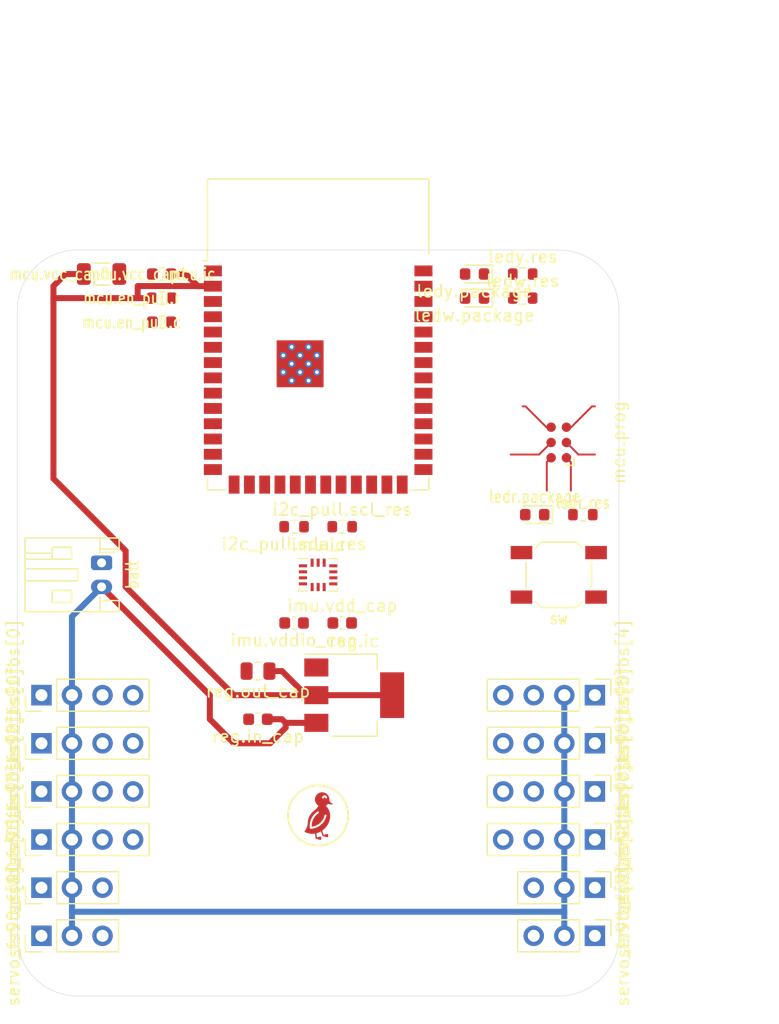
<source format=kicad_pcb>
(kicad_pcb (version 20221018) (generator pcbnew)
  (layers (0 "F.Cu" signal "Front") (31 "B.Cu" signal "Back") (34 "B.Paste" user) (35 "F.Paste" user) (36 "B.SilkS" user "B.Silkscreen") (37 "F.SilkS" user "F.Silkscreen") (38 "B.Mask" user) (39 "F.Mask" user) (44 "Edge.Cuts" user))
  (net 0 "")
  (net 1 "mcu.program_en_node")
  (net 2 "imu.pwr")
  (net 3 "i2c_pull.i2c.scl")
  (net 4 "ledr.res.a")
  (net 5 "batt.gnd")
  (net 6 "i2c_pull.i2c.sda")
  (net 7 "ledy.res.a")
  (net 8 "ledw.res.a")
  (net 9 "servo_fs90fbs[3].fb")
  (net 10 "servo_fs90fbs[4].fb")
  (net 11 "servo_fs90fbs[5].fb")
  (net 12 "servo_fs90fbs[6].fb")
  (net 13 "sw.out")
  (net 14 "servo_fs90fbs[4].pwm")
  (net 15 "mcu.program_boot_node")
  (net 16 "servo_fs90fbs[5].pwm")
  (net 17 "servo_fs90fbs[6].pwm")
  (net 18 "servo_fs90fbs[7].pwm")
  (net 19 "mcu.program_uart_node.b_tx")
  (net 20 "mcu.program_uart_node.a_tx")
  (net 21 "servo_fs90fbs[7].fb")
  (net 22 "servo_fs90rs[0].pwm")
  (net 23 "servo_fs90rs[1].pwm")
  (net 24 "servo_fs90fbs[2].fb")
  (net 25 "servo_fs90fbs[0].pwm")
  (net 26 "servo_fs90fbs[1].pwm")
  (net 27 "servo_fs90fbs[2].pwm")
  (net 28 "servo_fs90fbs[3].pwm")
  (net 29 "servo_fs90rs[2].pwm")
  (net 30 "ledy.signal")
  (net 31 "touch_duck.pad")
  (net 32 "servo_fs90rs[3].pwm")
  (net 33 "ledw.signal")
  (net 34 "servo_fs90fbs[1].fb")
  (net 35 "servo_fs90fbs[0].fb")
  (net 36 "imu.int1")
  (net 37 "imu.int2")
  (net 38 "batt.pwr")
  (footprint "Connector_PinHeader_2.54mm:PinHeader_1x04_P2.54mm_Vertical" (layer "F.Cu") (at 123 134 -90)
    (fp_text reference "servo_fs90fbs[5]" (at 0 -2.33 90) (layer "F.SilkS"))
    (fp_text value "PinHeader2.54 1x4")
    (pad "1" thru_hole rect (at 0 0 270) (size 1.7 1.7) (drill 1) (layers "*.Cu" "*.Mask") (net 16 "servo_fs90fbs[5].pwm"))
    (pad "2" thru_hole oval (at 0 2.54 270) (size 1.7 1.7) (drill 1) (layers "*.Cu" "*.Mask") (net 38 "batt.pwr"))
    (pad "3" thru_hole oval (at 0 5.08 270) (size 1.7 1.7) (drill 1) (layers "*.Cu" "*.Mask") (net 5 "batt.gnd"))
    (pad "4" thru_hole oval (at 0 7.62 270) (size 1.7 1.7) (drill 1) (layers "*.Cu" "*.Mask") (net 11 "servo_fs90fbs[5].fb"))
  )
  (footprint "Connector_PinHeader_2.54mm:PinHeader_1x03_P2.54mm_Vertical" (layer "F.Cu") (at 123 146 -90)
    (fp_text reference "servo_fs90rs[2]" (at 0 -2.33 90) (layer "F.SilkS"))
    (fp_text value "PinHeader2.54 1x3")
    (pad "1" thru_hole rect (at 0 0 270) (size 1.7 1.7) (drill 1) (layers "*.Cu" "*.Mask") (net 29 "servo_fs90rs[2].pwm"))
    (pad "2" thru_hole oval (at 0 2.54 270) (size 1.7 1.7) (drill 1) (layers "*.Cu" "*.Mask") (net 38 "batt.pwr"))
    (pad "3" thru_hole oval (at 0 5.08 270) (size 1.7 1.7) (drill 1) (layers "*.Cu" "*.Mask") (net 5 "batt.gnd"))
  )
  (footprint "edg:Symbol_DucklingSolid" (layer "F.Cu") (at 100 140)
    (fp_text reference "U4" hide)
    (fp_text value "" hide)
    (pad "1" smd custom (at 0.333322 -1.928454) (size 0.00001 0.00001) (layers "F.Cu" "F.Mask") (net 31 "touch_duck.pad") (options (clearance outline) (anchor circle)) (primitives (gr_poly (pts (xy 0 0) (xy -0.02944 0.000722) (xy -0.05881 0.002888) (xy -0.088038 0.006491) (xy -0.117054 0.011524) (xy -0.145787 0.017973) (xy -0.17417 0.025824) (xy -0.202133 0.035057) (xy -0.229609 0.04565) (xy -0.256532 0.057579) (xy -0.282837 0.070813) (xy -0.30846 0.085321) (xy -0.33334 0.101069) (xy -0.357418 0.118018) (xy -0.380634 0.136127) (xy -0.402933 0.155353) (xy -0.424262 0.17565) (xy -0.444568 0.196968) (xy -0.463804 0.219256) (xy -0.481922 0.242461) (xy -0.498879 0.266527) (xy -0.514635 0.291395) (xy -0.52915 0.317006) (xy -0.542391 0.343298) (xy -0.554325 0.370208) (xy -0.564924 0.39767) (xy -0.574162 0.42562) (xy -0.582016 0.453988) (xy -0.588469 0.482708) (xy -0.593503 0.511709) (xy -0.597108 0.540923) (xy -0.599275 0.570278) (xy -0.599998 0.599704) (xy -0.598714 0.638927) (xy -0.594866 0.677983) (xy -0.58847 0.716703) (xy -0.579555 0.754922) (xy -0.568158 0.792476) (xy -0.554328 0.829205) (xy -0.538124 0.864952) (xy -0.519616 0.899562) (xy -0.498882 0.932889) (xy -0.476012 0.964788) (xy -0.451104 0.995124) (xy -0.424264 1.023768) (xy -0.395607 1.050595) (xy -0.365256 1.075491) (xy -0.333341 1.09835) (xy -0.299999 1.119074) (xy -0.317389 1.14776) (xy -0.335496 1.175999) (xy -0.354308 1.203774) (xy -0.373813 1.231067) (xy -0.394 1.25786) (xy -0.414854 1.284138) (xy -0.436364 1.309882) (xy -0.458515 1.335078) (xy -0.481293 1.359708) (xy -0.504685 1.383757) (xy -0.528674 1.407211) (xy -0.553247 1.430053) (xy -0.578386 1.45227) (xy -0.604077 1.473848) (xy -0.630304 1.494773) (xy -0.657049 1.515031) (xy -0.686297 1.537239) (xy -0.714923 1.560243) (xy -0.742904 1.584027) (xy -0.770219 1.608572) (xy -0.796847 1.63386) (xy -0.822768 1.659872) (xy -0.847963 1.686587) (xy -0.872411 1.713986) (xy -0.896095 1.742047) (xy -0.918997 1.77075) (xy -0.941099 1.800072) (xy -0.962385 1.829992) (xy -0.982838 1.860487) (xy -1.002443 1.891533) (xy -1.021185 1.923107) (xy -1.039049 1.955185) (xy -1.056023 1.987743) (xy -1.072093 2.020756) (xy -1.087247 2.054198) (xy -1.101474 2.088046) (xy -1.114762 2.122272) (xy -1.127103 2.156851) (xy -1.138485 2.191756) (xy -1.148902 2.226962) (xy -1.158344 2.262441) (xy -1.166804 2.298167) (xy -1.174277 2.334112) (xy -1.180757 2.370249) (xy -1.186238 2.406551) (xy -1.190717 2.44299) (xy -1.19419 2.479538) (xy -1.196654 2.516168) (xy -1.200327 2.56679) (xy -1.205926 2.617235) (xy -1.213443 2.667431) (xy -1.222866 2.717304) (xy -1.234183 2.766783) (xy -1.247376 2.815794) (xy -1.262427 2.864268) (xy -1.279314 2.912134) (xy -1.298012 2.959323) (xy -1.318494 3.005766) (xy -1.340731 3.051396) (xy -1.36469 3.096146) (xy -1.390336 3.139952) (xy -1.417633 3.18275) (xy -1.44654 3.224478) (xy -1.477016 3.265076) (xy -1.476528 3.265167) (xy -1.452888 3.280118) (xy -1.428843 3.294489) (xy -1.404405 3.308271) (xy -1.379587 3.321458) (xy -1.354401 3.334044) (xy -1.32886 3.346021) (xy -1.302978 3.357384) (xy -1.276766 3.368127) (xy -1.25024 3.378245) (xy -1.223411 3.387731) (xy -1.196295 3.396582) (xy -1.168904 3.404794) (xy -1.141252 3.41236) (xy -1.113354 3.419279) (xy -1.085224 3.425546) (xy -1.056876 3.431159) (xy -1.028325 3.436114) (xy -0.999585 3.440408) (xy -0.970671 3.444041) (xy -0.941597 3.447009) (xy -0.941131 3.447045) (xy -0.941131 3.033127) (xy -0.970746 3.029135) (xy -0.996829 3.014559) (xy -1.015743 2.991434) (xy -1.024847 2.962985) (xy -1.030094 2.912769) (xy -1.033534 2.862646) (xy -1.035184 2.812658) (xy -1.035065 2.762846) (xy -1.033195 2.71325) (xy -1.029594 2.663913) (xy -1.02428 2.614874) (xy -1.017274 2.566175) (xy -1.008594 2.517856) (xy -0.998259 2.46996) (xy -0.98629 2.422527) (xy -0.972703 2.375598) (xy -0.95752 2.329214) (xy -0.940759 2.283416) (xy -0.922439 2.238245) (xy -0.90258 2.193743) (xy -0.881201 2.14995) (xy -0.85832 2.106907) (xy -0.833958 2.064655) (xy -0.808133 2.023236) (xy -0.780864 1.982691) (xy -0.752171 1.943059) (xy -0.722073 1.904384) (xy -0.690588 1.866705) (xy -0.657737 1.830063) (xy -0.623539 1.794501) (xy -0.588012 1.760058) (xy -0.551175 1.726775) (xy -0.513049 1.694695) (xy -0.473652 1.663858) (xy -0.433003 1.634304) (xy -0.391122 1.606075) (xy -0.372286 1.597138) (xy -0.351779 1.593369) (xy -0.3483 1.593259) (xy -0.34482 1.5933) (xy -0.337857 1.593859) (xy -0.33097 1.595022) (xy -0.302269 1.607319) (xy -0.280465 1.629663) (xy -0.268909 1.658645) (xy -0.26933 1.689842) (xy -0.281662 1.718503) (xy -0.30403 1.740265) (xy -0.346981 1.76942) (xy -0.388382 1.80015) (xy -0.428213 1.832399) (xy -0.466454 1.866107) (xy -0.503084 1.90122) (xy -0.538083 1.93768) (xy -0.571431 1.97543) (xy -0.603107 2.014413) (xy -0.633093 2.054572) (xy -0.661366 2.095849) (xy -0.687907 2.138189) (xy -0.712697 2.181534) (xy -0.735714 2.225827) (xy -0.756938 2.271011) (xy -0.776349 2.31703) (xy -0.793927 2.363825) (xy -0.809653 2.411341) (xy -0.823504 2.45952) (xy -0.835462 2.508305) (xy -0.845506 2.557639) (xy -0.853615 2.607466) (xy -0.859771 2.657728) (xy -0.863951 2.708369) (xy -0.866137 2.75933) (xy -0.866308 2.810556) (xy -0.864443 2.86199) (xy -0.814719 2.854936) (xy -0.765589 2.845978) (xy -0.717097 2.835152) (xy -0.669287 2.822492) (xy -0.622203 2.808031) (xy -0.575888 2.791806) (xy -0.530387 2.773851) (xy -0.485743 2.7542) (xy -0.442001 2.732887) (xy -0.399204 2.709948) (xy -0.357396 2.685417) (xy -0.316621 2.659328) (xy -0.276923 2.631717) (xy -0.238347 2.602617) (xy -0.200935 2.572064) (xy -0.164732 2.540091) (xy -0.129782 2.506734) (xy -0.096128 2.472028) (xy -0.063815 2.436006) (xy -0.032886 2.398703) (xy -0.003386 2.360154) (xy 0.024642 2.320394) (xy 0.051154 2.279457) (xy 0.076106 2.237378) (xy 0.099454 2.194191) (xy 0.121154 2.14993) (xy 0.141162 2.104632) (xy 0.159435 2.058329) (xy 0.175927 2.011057) (xy 0.190597 1.962851) (xy 0.203398 1.913744) (xy 0.216431 1.885407) (xy 0.239318 1.864209) (xy 0.268577 1.853375) (xy 0.299758 1.854552) (xy 0.328137 1.867588) (xy 0.34936 1.890492) (xy 0.360191 1.919773) (xy 0.358979 1.950967) (xy 0.34634 1.99993) (xy 0.332053 2.048129) (xy 0.316152 2.095536) (xy 0.29867 2.142123) (xy 0.279643 2.187861) (xy 0.259104 2.232722) (xy 0.237087 2.276677) (xy 0.213626 2.319699) (xy 0.188756 2.361758) (xy 0.162511 2.402825) (xy 0.134925 2.442874) (xy 0.106032 2.481875) (xy 0.075866 2.519799) (xy 0.044462 2.556618) (xy 0.011853 2.592305) (xy -0.021926 2.626829) (xy -0.056841 2.660164) (xy -0.092859 2.69228) (xy -0.129944 2.723149) (xy -0.168062 2.752743) (xy -0.20718 2.781033) (xy -0.247264 2.80799) (xy -0.288278 2.833587) (xy -0.33019 2.857794) (xy -0.372965 2.880584) (xy -0.416568 2.901927) (xy -0.460966 2.921796) (xy -0.506124 2.940162) (xy -0.552009 2.956997) (xy -0.598585 2.972272) (xy -0.64582 2.985958) (xy -0.693678 2.998028) (xy -0.742126 3.008452) (xy -0.79113 3.017202) (xy -0.840654 3.024251) (xy -0.890666 3.029569) (xy -0.941131 3.033127) (xy -0.941131 3.447045) (xy -0.912378 3.449311) (xy -0.88303 3.450946) (xy -0.853567 3.451914) (xy -0.824003 3.452214) (xy -0.794355 3.451845) (xy -0.764637 3.450808) (xy -0.734865 3.449103) (xy -0.705053 3.446732) (xy -0.675217 3.443695) (xy -0.645371 3.439994) (xy -0.615532 3.435631) (xy -0.585714 3.430608) (xy -0.586011 3.430256) (xy -0.548459 3.811441) (xy -0.554638 3.814846) (xy -0.560793 3.818294) (xy -0.553797 3.822213) (xy -0.546771 3.826076) (xy -0.526874 3.860216) (xy -0.488928 3.871288) (xy -0.478581 3.869221) (xy -0.468843 3.865159) (xy -0.442796 3.876351) (xy -0.416442 3.886801) (xy -0.389802 3.896501) (xy -0.362898 3.905441) (xy -0.335751 3.913616) (xy -0.308383 3.921018) (xy -0.280817 3.927641) (xy -0.253073 3.933481) (xy -0.225175 3.938532) (xy -0.197145 3.942791) (xy -0.169005 3.946254) (xy -0.140778 3.948918) (xy -0.112488 3.950781) (xy -0.084155 3.951842) (xy -0.055804 3.9521) (xy -0.027457 3.951554) (xy -0.074121 3.93178) (xy -0.093388 3.884924) (xy -0.074121 3.838067) (xy -0.027457 3.818294) (xy -0.075073 3.799041) (xy -0.09486 3.751664) (xy -0.075073 3.704287) (xy -0.027457 3.685034) (xy -0.054255 3.684504) (xy -0.081058 3.684693) (xy -0.107846 3.685599) (xy -0.1346 3.687223) (xy -0.161301 3.689563) (xy -0.187929 3.692617) (xy -0.214466 3.696384) (xy -0.240893 3.70086) (xy -0.26719 3.706042) (xy -0.293339 3.711927) (xy -0.31932 3.71851) (xy -0.345116 3.725787) (xy -0.370707 3.733752) (xy -0.396075 3.7424) (xy -0.421203 3.751724) (xy -0.446071 3.761719) (xy -0.480212 3.415243) (xy -0.48097 3.407529) (xy -0.480705 3.407901) (xy -0.429938 3.39379) (xy -0.379512 3.377788) (xy -0.329504 3.359919) (xy -0.27999 3.340209) (xy -0.231044 3.318688) (xy -0.18274 3.295389) (xy -0.13515 3.270347) (xy -0.088348 3.2436) (xy -0.08847 3.243175) (xy 0.017432 3.591924) (xy 0.01274 3.594511) (xy 0.008062 3.597123) (xy 0.014628 3.600781) (xy 0.021222 3.604389) (xy 0.023702 3.61255) (xy 0.049614 3.644105) (xy 0.090262 3.648086) (xy 0.095256 3.646281) (xy 0.100046 3.643988) (xy 0.126091 3.65518) (xy 0.152443 3.66563) (xy 0.17908 3.675328) (xy 0.205982 3.684268) (xy 0.233127 3.692442) (xy 0.260493 3.699844) (xy 0.288057 3.706467) (xy 0.315799 3.712307) (xy 0.343695 3.717358) (xy 0.371723 3.721617) (xy 0.39986 3.72508) (xy 0.428085 3.727745) (xy 0.456373 3.729609) (xy 0.484703 3.73067) (xy 0.513052 3.730928) (xy 0.541397 3.730383) (xy 0.493781 3.71113) (xy 0.473994 3.663753) (xy 0.493781 3.616377) (xy 0.541397 3.597123) (xy 0.49428 3.577585) (xy 0.474769 3.530476) (xy 0.49428 3.483368) (xy 0.541397 3.463829) (xy 0.51403 3.463299) (xy 0.486659 3.463517) (xy 0.459304 3.464484) (xy 0.431986 3.466199) (xy 0.404726 3.468661) (xy 0.377542 3.471867) (xy 0.350457 3.475816) (xy 0.32349 3.480504) (xy 0.296662 3.485928) (xy 0.269992 3.492085) (xy 0.243501 3.498968) (xy 0.217208 3.506574) (xy 0.191133 3.514896) (xy 0.165296 3.523928) (xy 0.139716 3.533663) (xy 0.114412 3.544095) (xy 0.009646 3.199065) (xy 0.006779 3.19172) (xy 0.002859 3.184879) (xy 0.002944 3.18531) (xy 0.035136 3.162415) (xy 0.066774 3.138701) (xy 0.097832 3.114186) (xy 0.128286 3.088889) (xy 0.158111 3.062833) (xy 0.187283 3.036036) (xy 0.215778 3.008522) (xy 0.243575 2.980311) (xy 0.27065 2.951426) (xy 0.296982 2.921891) (xy 0.32255 2.891729) (xy 0.347333 2.860964) (xy 0.371311 2.829622) (xy 0.394466 2.797726) (xy 0.416779 2.765304) (xy 0.438232 2.73238) (xy 0.458807 2.698981) (xy 0.478488 2.665133) (xy 0.49726 2.630865) (xy 0.515107 2.596203) (xy 0.532015 2.561176) (xy 0.547971 2.52581) (xy 0.562961 2.490136) (xy 0.576974 2.45418) (xy 0.589998 2.417972) (xy 0.602024 2.381542) (xy 0.613041 2.344917) (xy 0.62304 2.308128) (xy 0.632014 2.271205) (xy 0.639956 2.234175) (xy 0.646858 2.19707) (xy 0.652716 2.15992) (xy 0.657524 2.122752) (xy 0.66128 2.085599) (xy 0.663979 2.048489) (xy 0.66562 2.011452) (xy 0.666202 1.974517) (xy 0.665723 1.937716) (xy 0.664185 1.901076) (xy 0.661589 1.864627) (xy 0.657936 1.828398) (xy 0.653229 1.792419) (xy 0.647473 1.756719) (xy 0.640672 1.721325) (xy 0.632832 1.686267) (xy 0.623958 1.651572) (xy 0.614058 1.617268) (xy 0.60314 1.583382) (xy 0.591212 1.549943) (xy 0.578284 1.516976) (xy 0.564367 1.484508) (xy 0.549471 1.452566) (xy 0.533609 1.421174) (xy 0.516793 1.390357) (xy 0.499036 1.360141) (xy 0.480354 1.33055) (xy 0.46076 1.301608) (xy 0.440271 1.273337) (xy 0.418903 1.24576) (xy 0.396673 1.218899) (xy 0.373599 1.192777) (xy 0.3497 1.167413) (xy 0.324994 1.142829) (xy 0.299502 1.119043) (xy 0.299999 1.119074) (xy 0.318373 1.107792) (xy 0.318373 0.511141) (xy 0.288831 0.501118) (xy 0.265371 0.480563) (xy 0.251561 0.452602) (xy 0.23158 0.420924) (xy 0.200022 0.413071) (xy 0.168447 0.420924) (xy 0.148449 0.452602) (xy 0.134642 0.480553) (xy 0.111192 0.501103) (xy 0.081661 0.511129) (xy 0.05054 0.509108) (xy 0.022543 0.495332) (xy 0.00195 0.471898) (xy -0.008107 0.442372) (xy -0.006098 0.411246) (xy 0.012418 0.364842) (xy 0.039873 0.325863) (xy 0.074314 0.294762) (xy 0.113788 0.271988) (xy 0.156342 0.257994) (xy 0.200022 0.253228) (xy 0.243702 0.257994) (xy 0.286256 0.271988) (xy 0.32573 0.294762) (xy 0.360171 0.325863) (xy 0.387626 0.364842) (xy 0.406142 0.411246) (xy 0.408152 0.442372) (xy 0.398095 0.471898) (xy 0.377501 0.495332) (xy 0.349505 0.509108) (xy 0.318373 0.511141) (xy 0.318373 1.107792) (xy 0.326091 1.103054) (xy 0.351332 1.085724) (xy 0.375655 1.06713) (xy 0.398997 1.047319) (xy 0.421298 1.026344) (xy 0.442498 1.004259) (xy 0.462544 0.981122) (xy 0.481383 0.956992) (xy 0.480763 0.958508) (xy 0.507107 0.968767) (xy 0.533863 0.977901) (xy 0.560982 0.985893) (xy 0.588416 0.992728) (xy 0.616115 0.998394) (xy 0.64403 1.002882) (xy 0.67211 1.006182) (xy 0.700304 1.008289) (xy 0.728563 1.0092) (xy 0.756835 1.008912) (xy 0.785069 1.007426) (xy 0.813215 1.004746) (xy 0.841222 1.000874) (xy 0.869039 0.99582) (xy 0.896617 0.98959) (xy 0.923906 0.982198) (xy 0.898019 0.970834) (xy 0.872639 0.958382) (xy 0.847809 0.944867) (xy 0.823574 0.930311) (xy 0.79998 0.914741) (xy 0.777066 0.898185) (xy 0.754876 0.880673) (xy 0.733449 0.862236) (xy 0.712822 0.842908) (xy 0.693035 0.822723) (xy 0.674121 0.801718) (xy 0.656116 0.77993) (xy 0.639051 0.757399) (xy 0.622957 0.734164) (xy 0.607863 0.710269) (xy 0.593797 0.685755) (xy 0.593659 0.686099) (xy 0.598391 0.643016) (xy 0.599998 0.599704) (xy 0.599275 0.570278) (xy 0.597109 0.540923) (xy 0.593504 0.511709) (xy 0.588469 0.482708) (xy 0.582016 0.453988) (xy 0.574162 0.42562) (xy 0.564924 0.39767) (xy 0.554325 0.370208) (xy 0.542391 0.343298) (xy 0.52915 0.317006) (xy 0.514635 0.291395) (xy 0.498879 0.266527) (xy 0.481922 0.242461) (xy 0.463804 0.219256) (xy 0.444568 0.196968) (xy 0.424262 0.17565) (xy 0.402933 0.155353) (xy 0.380634 0.136127) (xy 0.357418 0.118018) (xy 0.33334 0.101069) (xy 0.30846 0.085321) (xy 0.282837 0.070813) (xy 0.256532 0.057579) (xy 0.229609 0.04565) (xy 0.202133 0.035057) (xy 0.17417 0.025824) (xy 0.145787 0.017973) (xy 0.117054 0.011524) (xy 0.088038 0.006491) (xy 0.05881 0.002888) (xy 0.02944 0.000722) (xy 0 0)) (width 0.00001) (fill yes))))
  )
  (footprint "Connector_JST:JST_PH_S2B-PH-K_1x02_P2.00mm_Horizontal" (layer "F.Cu") (at 82 119 -90)
    (fp_text reference "batt" (at 1 -2.55 90) (layer "F.SilkS") (effects (font (size 1 0.8))))
    (fp_text value "S2B-PH-K" hide)
    (pad "1" thru_hole roundrect (at 0 0 270) (size 1.2 1.75) (drill 0.75) (layers "*.Cu" "*.Mask") (roundrect_rratio 0.208333) (net 5 "batt.gnd"))
    (pad "2" thru_hole oval (at 2 0 270) (size 1.2 1.75) (drill 0.75) (layers "*.Cu" "*.Mask") (net 38 "batt.pwr"))
  )
  (footprint "Connector_PinHeader_2.54mm:PinHeader_1x03_P2.54mm_Vertical" (layer "F.Cu") (at 77 150 90)
    (fp_text reference "servo_fs90rs[1]" (at 0 -2.33 90) (layer "F.SilkS"))
    (fp_text value "PinHeader2.54 1x3")
    (pad "1" thru_hole rect (at 0 0 90) (size 1.7 1.7) (drill 1) (layers "*.Cu" "*.Mask") (net 23 "servo_fs90rs[1].pwm"))
    (pad "2" thru_hole oval (at 0 2.54 90) (size 1.7 1.7) (drill 1) (layers "*.Cu" "*.Mask") (net 38 "batt.pwr"))
    (pad "3" thru_hole oval (at 0 5.08 90) (size 1.7 1.7) (drill 1) (layers "*.Cu" "*.Mask") (net 5 "batt.gnd"))
  )
  (footprint "Connector:Tag-Connect_TC2030-IDC-FP_2x03_P1.27mm_Vertical" (layer "F.Cu") (at 120 109 90)
    (fp_text reference "mcu.prog" (at 0 5 90) (layer "F.SilkS"))
    (fp_text value "")
    (pad "" np_thru_hole circle (at -2.54 -2.54 90) (size 2.3749 2.3749) (drill 2.3749) (layers "*.Cu" "*.Mask"))
    (pad "" np_thru_hole circle (at -2.54 0 90) (size 0.9906 0.9906) (drill 0.9906) (layers "*.Cu" "*.Mask"))
    (pad "" np_thru_hole circle (at -2.54 2.54 90) (size 2.3749 2.3749) (drill 2.3749) (layers "*.Cu" "*.Mask"))
    (pad "" np_thru_hole circle (at 0.635 -2.54 90) (size 2.3749 2.3749) (drill 2.3749) (layers "*.Cu" "*.Mask"))
    (pad "" np_thru_hole circle (at 0.635 2.54 90) (size 2.3749 2.3749) (drill 2.3749) (layers "*.Cu" "*.Mask"))
    (pad "" np_thru_hole circle (at 2.54 -1.016 90) (size 0.9906 0.9906) (drill 0.9906) (layers "*.Cu" "*.Mask"))
    (pad "" np_thru_hole circle (at 2.54 1.016 90) (size 0.9906 0.9906) (drill 0.9906) (layers "*.Cu" "*.Mask"))
    (pad "1" connect circle (at -1.27 0.635 90) (size 0.7874 0.7874) (layers "F.Cu" "F.Mask") (net 2 "imu.pwr"))
    (pad "2" connect circle (at -1.27 -0.635 90) (size 0.7874 0.7874) (layers "F.Cu" "F.Mask") (net 15 "mcu.program_boot_node"))
    (pad "3" connect circle (at 0 0.635 90) (size 0.7874 0.7874) (layers "F.Cu" "F.Mask") (net 20 "mcu.program_uart_node.a_tx"))
    (pad "4" connect circle (at 0 -0.635 90) (size 0.7874 0.7874) (layers "F.Cu" "F.Mask") (net 19 "mcu.program_uart_node.b_tx"))
    (pad "5" connect circle (at 1.27 0.635 90) (size 0.7874 0.7874) (layers "F.Cu" "F.Mask") (net 5 "batt.gnd"))
    (pad "6" connect circle (at 1.27 -0.635 90) (size 0.7874 0.7874) (layers "F.Cu" "F.Mask") (net 1 "mcu.program_en_node"))
  )
  (footprint "edg:JlcToolingHole_1.152mm" (layer "F.Cu") (at 80 153)
    (fp_text reference "jlc_th.th2" hide)
    (fp_text value "")
    (pad "" np_thru_hole circle (at 0 0) (size 1.152 1.152) (drill 1.152) (layers "*.Cu" "*.Mask"))
  )
  (footprint "LED_SMD:LED_0603_1608Metric" (layer "F.Cu") (at 113 95 180)
    (fp_text reference "ledy.package" (at 0 -1.43) (layer "F.SilkS"))
    (fp_text value "Red 615~630nm 1.9~2.2V 0603 Light Emitting Diodes (LED) RoHS")
    (pad "1" smd roundrect (at -0.7875 0 180) (size 0.875 0.95) (layers "F.Cu" "F.Paste" "F.Mask") (net 7 "ledy.res.a"))
    (pad "2" smd roundrect (at 0.7875 0 180) (size 0.875 0.95) (layers "F.Cu" "F.Paste" "F.Mask") (net 30 "ledy.signal"))
  )
  (footprint "RF_Module:ESP32-S3-WROOM-1" (layer "F.Cu") (at 100 100)
    (fp_text reference "mcu.ic" (at -10.5 -5 unlocked) (layer "F.SilkS") (effects (font (size 1 0.8))))
    (fp_text value "ESP32-S3-WROOM-1-N16R8")
    (pad "1" smd rect (at -8.75 -5.26) (size 1.5 0.9) (layers "F.Cu" "F.Paste" "F.Mask") (net 5 "batt.gnd"))
    (pad "2" smd rect (at -8.75 -3.99) (size 1.5 0.9) (layers "F.Cu" "F.Paste" "F.Mask") (net 2 "imu.pwr"))
    (pad "3" smd rect (at -8.75 -2.72) (size 1.5 0.9) (layers "F.Cu" "F.Paste" "F.Mask") (net 1 "mcu.program_en_node"))
    (pad "4" smd rect (at -8.75 -1.45) (size 1.5 0.9) (layers "F.Cu" "F.Paste" "F.Mask") (net 35 "servo_fs90fbs[0].fb"))
    (pad "5" smd rect (at -8.75 -0.18) (size 1.5 0.9) (layers "F.Cu" "F.Paste" "F.Mask") (net 34 "servo_fs90fbs[1].fb"))
    (pad "6" smd rect (at -8.75 1.09) (size 1.5 0.9) (layers "F.Cu" "F.Paste" "F.Mask") (net 24 "servo_fs90fbs[2].fb"))
    (pad "7" smd rect (at -8.75 2.36) (size 1.5 0.9) (layers "F.Cu" "F.Paste" "F.Mask") (net 9 "servo_fs90fbs[3].fb"))
    (pad "8" smd rect (at -8.75 3.63) (size 1.5 0.9) (layers "F.Cu" "F.Paste" "F.Mask") (net 25 "servo_fs90fbs[0].pwm"))
    (pad "9" smd rect (at -8.75 4.9) (size 1.5 0.9) (layers "F.Cu" "F.Paste" "F.Mask") (net 26 "servo_fs90fbs[1].pwm"))
    (pad "10" smd rect (at -8.75 6.17) (size 1.5 0.9) (layers "F.Cu" "F.Paste" "F.Mask") (net 27 "servo_fs90fbs[2].pwm"))
    (pad "11" smd rect (at -8.75 7.44) (size 1.5 0.9) (layers "F.Cu" "F.Paste" "F.Mask") (net 28 "servo_fs90fbs[3].pwm"))
    (pad "12" smd rect (at -8.75 8.71) (size 1.5 0.9) (layers "F.Cu" "F.Paste" "F.Mask") (net 3 "i2c_pull.i2c.scl"))
    (pad "13" smd rect (at -8.75 9.98) (size 1.5 0.9) (layers "F.Cu" "F.Paste" "F.Mask") (net 22 "servo_fs90rs[0].pwm"))
    (pad "14" smd rect (at -8.75 11.25 180) (size 1.5 0.9) (layers "F.Cu" "F.Paste" "F.Mask") (net 23 "servo_fs90rs[1].pwm"))
    (pad "15" smd rect (at -6.985 12.5 270) (size 1.5 0.9) (layers "F.Cu" "F.Paste" "F.Mask") (net 10 "servo_fs90fbs[4].fb"))
    (pad "16" smd rect (at -5.715 12.5 270) (size 1.5 0.9) (layers "F.Cu" "F.Paste" "F.Mask"))
    (pad "17" smd rect (at -4.445 12.5 270) (size 1.5 0.9) (layers "F.Cu" "F.Paste" "F.Mask") (net 11 "servo_fs90fbs[5].fb"))
    (pad "18" smd rect (at -3.175 12.5 270) (size 1.5 0.9) (layers "F.Cu" "F.Paste" "F.Mask") (net 6 "i2c_pull.i2c.sda"))
    (pad "19" smd rect (at -1.905 12.5 270) (size 1.5 0.9) (layers "F.Cu" "F.Paste" "F.Mask") (net 30 "ledy.signal"))
    (pad "20" smd rect (at -0.635 12.5 270) (size 1.5 0.9) (layers "F.Cu" "F.Paste" "F.Mask") (net 33 "ledw.signal"))
    (pad "21" smd rect (at 0.635 12.5 270) (size 1.5 0.9) (layers "F.Cu" "F.Paste" "F.Mask") (net 13 "sw.out"))
    (pad "22" smd rect (at 1.905 12.5 270) (size 1.5 0.9) (layers "F.Cu" "F.Paste" "F.Mask"))
    (pad "23" smd rect (at 3.175 12.5 270) (size 1.5 0.9) (layers "F.Cu" "F.Paste" "F.Mask"))
    (pad "24" smd rect (at 4.445 12.5 270) (size 1.5 0.9) (layers "F.Cu" "F.Paste" "F.Mask"))
    (pad "25" smd rect (at 5.715 12.5 270) (size 1.5 0.9) (layers "F.Cu" "F.Paste" "F.Mask") (net 14 "servo_fs90fbs[4].pwm"))
    (pad "26" smd rect (at 6.985 12.5 270) (size 1.5 0.9) (layers "F.Cu" "F.Paste" "F.Mask"))
    (pad "27" smd rect (at 8.75 11.25) (size 1.5 0.9) (layers "F.Cu" "F.Paste" "F.Mask") (net 15 "mcu.program_boot_node"))
    (pad "28" smd rect (at 8.75 9.98) (size 1.5 0.9) (layers "F.Cu" "F.Paste" "F.Mask"))
    (pad "29" smd rect (at 8.75 8.71) (size 1.5 0.9) (layers "F.Cu" "F.Paste" "F.Mask"))
    (pad "30" smd rect (at 8.75 7.44) (size 1.5 0.9) (layers "F.Cu" "F.Paste" "F.Mask"))
    (pad "31" smd rect (at 8.75 6.17) (size 1.5 0.9) (layers "F.Cu" "F.Paste" "F.Mask") (net 16 "servo_fs90fbs[5].pwm"))
    (pad "32" smd rect (at 8.75 4.9) (size 1.5 0.9) (layers "F.Cu" "F.Paste" "F.Mask") (net 17 "servo_fs90fbs[6].pwm"))
    (pad "33" smd rect (at 8.75 3.63) (size 1.5 0.9) (layers "F.Cu" "F.Paste" "F.Mask") (net 18 "servo_fs90fbs[7].pwm"))
    (pad "34" smd rect (at 8.75 2.36) (size 1.5 0.9) (layers "F.Cu" "F.Paste" "F.Mask") (net 29 "servo_fs90rs[2].pwm"))
    (pad "35" smd rect (at 8.75 1.09) (size 1.5 0.9) (layers "F.Cu" "F.Paste" "F.Mask") (net 32 "servo_fs90rs[3].pwm"))
    (pad "36" smd rect (at 8.75 -0.18) (size 1.5 0.9) (layers "F.Cu" "F.Paste" "F.Mask") (net 19 "mcu.program_uart_node.b_tx"))
    (pad "37" smd rect (at 8.75 -1.45) (size 1.5 0.9) (layers "F.Cu" "F.Paste" "F.Mask") (net 20 "mcu.program_uart_node.a_tx"))
    (pad "38" smd rect (at 8.75 -2.72) (size 1.5 0.9) (layers "F.Cu" "F.Paste" "F.Mask") (net 12 "servo_fs90fbs[6].fb"))
    (pad "39" smd rect (at 8.75 -3.99) (size 1.5 0.9) (layers "F.Cu" "F.Paste" "F.Mask") (net 21 "servo_fs90fbs[7].fb"))
    (pad "40" smd rect (at 8.75 -5.26) (size 1.5 0.9) (layers "F.Cu" "F.Paste" "F.Mask") (net 5 "batt.gnd"))
    (pad "41" thru_hole circle (at -2.9 1.76 90) (size 0.6 0.6) (drill 0.3) (property pad_prop_heatsink) (layers "*.Cu" "F.Mask") (net 5 "batt.gnd"))
    (pad "41" thru_hole circle (at -2.9 3.16) (size 0.6 0.6) (drill 0.3) (property pad_prop_heatsink) (layers "*.Cu" "F.Mask") (net 5 "batt.gnd"))
    (pad "41" thru_hole circle (at -2.2 1.06) (size 0.6 0.6) (drill 0.3) (property pad_prop_heatsink) (layers "*.Cu" "F.Mask") (net 5 "batt.gnd"))
    (pad "41" thru_hole circle (at -2.2 2.46) (size 0.6 0.6) (drill 0.3) (property pad_prop_heatsink) (layers "*.Cu" "F.Mask") (net 5 "batt.gnd"))
    (pad "41" thru_hole circle (at -2.2 3.86) (size 0.6 0.6) (drill 0.3) (property pad_prop_heatsink) (layers "*.Cu" "F.Mask") (net 5 "batt.gnd"))
    (pad "41" thru_hole circle (at -1.5 1.76) (size 0.6 0.6) (drill 0.3) (property pad_prop_heatsink) (layers "*.Cu" "F.Mask") (net 5 "batt.gnd"))
    (pad "41" smd rect (at -1.5 2.46 270) (size 3.9 3.9) (layers "F.Cu" "F.Mask") (net 5 "batt.gnd"))
    (pad "41" thru_hole circle (at -1.5 3.16) (size 0.6 0.6) (drill 0.3) (property pad_prop_heatsink) (layers "*.Cu" "F.Mask") (net 5 "batt.gnd"))
    (pad "41" thru_hole circle (at -0.8 1.06) (size 0.6 0.6) (drill 0.3) (property pad_prop_heatsink) (layers "*.Cu" "F.Mask") (net 5 "batt.gnd"))
    (pad "41" thru_hole circle (at -0.8 2.46) (size 0.6 0.6) (drill 0.3) (property pad_prop_heatsink) (layers "*.Cu" "F.Mask") (net 5 "batt.gnd"))
    (pad "41" thru_hole circle (at -0.8 3.86) (size 0.6 0.6) (drill 0.3) (property pad_prop_heatsink) (layers "*.Cu" "F.Mask") (net 5 "batt.gnd"))
    (pad "41" thru_hole circle (at -0.1 1.76) (size 0.6 0.6) (drill 0.3) (property pad_prop_heatsink) (layers "*.Cu" "F.Mask") (net 5 "batt.gnd"))
    (pad "41" thru_hole circle (at -0.1 3.16) (size 0.6 0.6) (drill 0.3) (property pad_prop_heatsink) (layers "*.Cu" "F.Mask") (net 5 "batt.gnd"))
  )
  (footprint "Resistor_SMD:R_0603_1608Metric" (layer "F.Cu") (at 87 97)
    (fp_text reference "mcu.en_pull.r" (at -2.5 0) (layer "F.SilkS") (effects (font (size 1 0.8))))
    (fp_text value "")
    (pad "1" smd roundrect (at -0.825 0) (size 0.8 0.95) (layers "F.Cu" "F.Paste" "F.Mask") (net 2 "imu.pwr"))
    (pad "2" smd roundrect (at 0.825 0) (size 0.8 0.95) (layers "F.Cu" "F.Paste" "F.Mask") (net 1 "mcu.program_en_node"))
  )
  (footprint "Connector_PinHeader_2.54mm:PinHeader_1x04_P2.54mm_Vertical" (layer "F.Cu") (at 123 130 -90)
    (fp_text reference "servo_fs90fbs[4]" (at 0 -2.33 90) (layer "F.SilkS"))
    (fp_text value "PinHeader2.54 1x4")
    (pad "1" thru_hole rect (at 0 0 270) (size 1.7 1.7) (drill 1) (layers "*.Cu" "*.Mask") (net 14 "servo_fs90fbs[4].pwm"))
    (pad "2" thru_hole oval (at 0 2.54 270) (size 1.7 1.7) (drill 1) (layers "*.Cu" "*.Mask") (net 38 "batt.pwr"))
    (pad "3" thru_hole oval (at 0 5.08 270) (size 1.7 1.7) (drill 1) (layers "*.Cu" "*.Mask") (net 5 "batt.gnd"))
    (pad "4" thru_hole oval (at 0 7.62 270) (size 1.7 1.7) (drill 1) (layers "*.Cu" "*.Mask") (net 10 "servo_fs90fbs[4].fb"))
  )
  (footprint "Connector_PinHeader_2.54mm:PinHeader_1x04_P2.54mm_Vertical" (layer "F.Cu") (at 77 134 90)
    (fp_text reference "servo_fs90fbs[1]" (at 0 -2.33 90) (layer "F.SilkS"))
    (fp_text value "PinHeader2.54 1x4")
    (pad "1" thru_hole rect (at 0 0 90) (size 1.7 1.7) (drill 1) (layers "*.Cu" "*.Mask") (net 26 "servo_fs90fbs[1].pwm"))
    (pad "2" thru_hole oval (at 0 2.54 90) (size 1.7 1.7) (drill 1) (layers "*.Cu" "*.Mask") (net 38 "batt.pwr"))
    (pad "3" thru_hole oval (at 0 5.08 90) (size 1.7 1.7) (drill 1) (layers "*.Cu" "*.Mask") (net 5 "batt.gnd"))
    (pad "4" thru_hole oval (at 0 7.62 90) (size 1.7 1.7) (drill 1) (layers "*.Cu" "*.Mask") (net 34 "servo_fs90fbs[1].fb"))
  )
  (footprint "Connector_PinHeader_2.54mm:PinHeader_1x04_P2.54mm_Vertical" (layer "F.Cu") (at 77 142 90)
    (fp_text reference "servo_fs90fbs[3]" (at 0 -2.33 90) (layer "F.SilkS"))
    (fp_text value "PinHeader2.54 1x4")
    (pad "1" thru_hole rect (at 0 0 90) (size 1.7 1.7) (drill 1) (layers "*.Cu" "*.Mask") (net 28 "servo_fs90fbs[3].pwm"))
    (pad "2" thru_hole oval (at 0 2.54 90) (size 1.7 1.7) (drill 1) (layers "*.Cu" "*.Mask") (net 38 "batt.pwr"))
    (pad "3" thru_hole oval (at 0 5.08 90) (size 1.7 1.7) (drill 1) (layers "*.Cu" "*.Mask") (net 5 "batt.gnd"))
    (pad "4" thru_hole oval (at 0 7.62 90) (size 1.7 1.7) (drill 1) (layers "*.Cu" "*.Mask") (net 9 "servo_fs90fbs[3].fb"))
  )
  (footprint "Capacitor_SMD:C_0805_2012Metric" (layer "F.Cu") (at 95 128 180)
    (fp_text reference "reg.out_cap" (at 0 -1.68) (layer "F.SilkS"))
    (fp_text value "")
    (pad "1" smd roundrect (at -0.95 0 180) (size 1 1.45) (layers "F.Cu" "F.Paste" "F.Mask") (net 2 "imu.pwr"))
    (pad "2" smd roundrect (at 0.95 0 180) (size 1 1.45) (layers "F.Cu" "F.Paste" "F.Mask") (net 5 "batt.gnd"))
  )
  (footprint "edg:JlcToolingHole_1.152mm" (layer "F.Cu") (at 122 97)
    (fp_text reference "jlc_th.th1" hide)
    (fp_text value "")
    (pad "" np_thru_hole circle (at 0 0) (size 1.152 1.152) (drill 1.152) (layers "*.Cu" "*.Mask"))
  )
  (footprint "LED_SMD:LED_0603_1608Metric" (layer "F.Cu") (at 118 115 180)
    (fp_text reference "ledr.package" (at 0 1.5) (layer "F.SilkS") (effects (font (size 1 0.8))))
    (fp_text value "Red 615~630nm 1.9~2.2V 0603 Light Emitting Diodes (LED) RoHS")
    (pad "1" smd roundrect (at -0.7875 0 180) (size 0.875 0.95) (layers "F.Cu" "F.Paste" "F.Mask") (net 4 "ledr.res.a"))
    (pad "2" smd roundrect (at 0.7875 0 180) (size 0.875 0.95) (layers "F.Cu" "F.Paste" "F.Mask") (net 15 "mcu.program_boot_node"))
  )
  (footprint "Capacitor_SMD:C_0603_1608Metric" (layer "F.Cu") (at 98 124 180)
    (fp_text reference "imu.vddio_cap" (at 0 -1.43) (layer "F.SilkS"))
    (fp_text value "")
    (pad "1" smd roundrect (at -0.775 0 180) (size 0.9 0.95) (layers "F.Cu" "F.Paste" "F.Mask") (net 2 "imu.pwr"))
    (pad "2" smd roundrect (at 0.775 0 180) (size 0.9 0.95) (layers "F.Cu" "F.Paste" "F.Mask") (net 5 "batt.gnd"))
  )
  (footprint "Capacitor_SMD:C_0603_1608Metric" (layer "F.Cu") (at 95 132 180)
    (fp_text reference "reg.in_cap" (at 0 -1.43) (layer "F.SilkS"))
    (fp_text value "")
    (pad "1" smd roundrect (at -0.775 0 180) (size 0.9 0.95) (layers "F.Cu" "F.Paste" "F.Mask") (net 38 "batt.pwr"))
    (pad "2" smd roundrect (at 0.775 0 180) (size 0.9 0.95) (layers "F.Cu" "F.Paste" "F.Mask") (net 5 "batt.gnd"))
  )
  (footprint "Connector_PinHeader_2.54mm:PinHeader_1x04_P2.54mm_Vertical" (layer "F.Cu") (at 123 138 -90)
    (fp_text reference "servo_fs90fbs[6]" (at 0 -2.33 90) (layer "F.SilkS"))
    (fp_text value "PinHeader2.54 1x4")
    (pad "1" thru_hole rect (at 0 0 270) (size 1.7 1.7) (drill 1) (layers "*.Cu" "*.Mask") (net 17 "servo_fs90fbs[6].pwm"))
    (pad "2" thru_hole oval (at 0 2.54 270) (size 1.7 1.7) (drill 1) (layers "*.Cu" "*.Mask") (net 38 "batt.pwr"))
    (pad "3" thru_hole oval (at 0 5.08 270) (size 1.7 1.7) (drill 1) (layers "*.Cu" "*.Mask") (net 5 "batt.gnd"))
    (pad "4" thru_hole oval (at 0 7.62 270) (size 1.7 1.7) (drill 1) (layers "*.Cu" "*.Mask") (net 12 "servo_fs90fbs[6].fb"))
  )
  (footprint "Capacitor_SMD:C_0603_1608Metric" (layer "F.Cu") (at 102 124)
    (fp_text reference "imu.vdd_cap" (at 0 -1.43) (layer "F.SilkS"))
    (fp_text value "")
    (pad "1" smd roundrect (at -0.775 0) (size 0.9 0.95) (layers "F.Cu" "F.Paste" "F.Mask") (net 2 "imu.pwr"))
    (pad "2" smd roundrect (at 0.775 0) (size 0.9 0.95) (layers "F.Cu" "F.Paste" "F.Mask") (net 5 "batt.gnd"))
  )
  (footprint "Capacitor_SMD:C_1206_3216Metric" (layer "F.Cu") (at 82 95)
    (fp_text reference "mcu.vcc_cap0" (at -3.5 0) (layer "F.SilkS") (effects (font (size 1 0.8))))
    (fp_text value "")
    (pad "1" smd roundrect (at -1.475 0) (size 1.15 1.8) (layers "F.Cu" "F.Paste" "F.Mask") (roundrect_rratio 0.217391) (net 2 "imu.pwr"))
    (pad "2" smd roundrect (at 1.475 0) (size 1.15 1.8) (layers "F.Cu" "F.Paste" "F.Mask") (roundrect_rratio 0.217391) (net 5 "batt.gnd"))
  )
  (footprint "Resistor_SMD:R_0603_1608Metric" (layer "F.Cu") (at 117 95)
    (fp_text reference "ledy.res" (at 0 -1.43) (layer "F.SilkS"))
    (fp_text value "")
    (pad "1" smd roundrect (at -0.825 0) (size 0.8 0.95) (layers "F.Cu" "F.Paste" "F.Mask") (net 7 "ledy.res.a"))
    (pad "2" smd roundrect (at 0.825 0) (size 0.8 0.95) (layers "F.Cu" "F.Paste" "F.Mask") (net 5 "batt.gnd"))
  )
  (footprint "Connector_PinHeader_2.54mm:PinHeader_1x03_P2.54mm_Vertical" (layer "F.Cu") (at 123 150 -90)
    (fp_text reference "servo_fs90rs[3]" (at 0 -2.33 90) (layer "F.SilkS"))
    (fp_text value "PinHeader2.54 1x3")
    (pad "1" thru_hole rect (at 0 0 270) (size 1.7 1.7) (drill 1) (layers "*.Cu" "*.Mask") (net 32 "servo_fs90rs[3].pwm"))
    (pad "2" thru_hole oval (at 0 2.54 270) (size 1.7 1.7) (drill 1) (layers "*.Cu" "*.Mask") (net 38 "batt.pwr"))
    (pad "3" thru_hole oval (at 0 5.08 270) (size 1.7 1.7) (drill 1) (layers "*.Cu" "*.Mask") (net 5 "batt.gnd"))
  )
  (footprint "Resistor_SMD:R_0603_1608Metric" (layer "F.Cu") (at 122 115)
    (fp_text reference "ledr.res" (at 0 -1) (layer "F.SilkS") (effects (font (size 1 0.8))))
    (fp_text value "")
    (pad "1" smd roundrect (at -0.825 0) (size 0.8 0.95) (layers "F.Cu" "F.Paste" "F.Mask") (net 4 "ledr.res.a"))
    (pad "2" smd roundrect (at 0.825 0) (size 0.8 0.95) (layers "F.Cu" "F.Paste" "F.Mask") (net 5 "batt.gnd"))
  )
  (footprint "LED_SMD:LED_0603_1608Metric" (layer "F.Cu") (at 113 97 180)
    (fp_text reference "ledw.package" (at 0 -1.43) (layer "F.SilkS"))
    (fp_text value "Red 615~630nm 1.9~2.2V 0603 Light Emitting Diodes (LED) RoHS")
    (pad "1" smd roundrect (at -0.7875 0 180) (size 0.875 0.95) (layers "F.Cu" "F.Paste" "F.Mask") (net 8 "ledw.res.a"))
    (pad "2" smd roundrect (at 0.7875 0 180) (size 0.875 0.95) (layers "F.Cu" "F.Paste" "F.Mask") (net 33 "ledw.signal"))
  )
  (footprint "Package_LGA:Bosch_LGA-14_3x2.5mm_P0.5mm" (layer "F.Cu") (at 100 120)
    (fp_text reference "imu.ic" (at 0 -2.5) (layer "F.SilkS"))
    (fp_text value "LSM6DS3TR-C")
    (pad "1" smd rect (at -1.2625 -0.75) (size 0.675 0.25) (layers "F.Cu" "F.Paste" "F.Mask") (net 5 "batt.gnd"))
    (pad "2" smd rect (at -1.2625 -0.25) (size 0.675 0.25) (layers "F.Cu" "F.Paste" "F.Mask") (net 5 "batt.gnd"))
    (pad "3" smd rect (at -1.2625 0.25) (size 0.675 0.25) (layers "F.Cu" "F.Paste" "F.Mask") (net 5 "batt.gnd"))
    (pad "4" smd rect (at -1.2625 0.75) (size 0.675 0.25) (layers "F.Cu" "F.Paste" "F.Mask") (net 36 "imu.int1"))
    (pad "5" smd rect (at -0.5 1.0125) (size 0.25 0.675) (layers "F.Cu" "F.Paste" "F.Mask") (net 2 "imu.pwr"))
    (pad "6" smd rect (at 0 1.0125) (size 0.25 0.675) (layers "F.Cu" "F.Paste" "F.Mask") (net 5 "batt.gnd"))
    (pad "7" smd rect (at 0.5 1.0125) (size 0.25 0.675) (layers "F.Cu" "F.Paste" "F.Mask") (net 5 "batt.gnd"))
    (pad "8" smd rect (at 1.2625 0.75) (size 0.675 0.25) (layers "F.Cu" "F.Paste" "F.Mask") (net 2 "imu.pwr"))
    (pad "9" smd rect (at 1.2625 0.25) (size 0.675 0.25) (layers "F.Cu" "F.Paste" "F.Mask") (net 37 "imu.int2"))
    (pad "10" smd rect (at 1.2625 -0.25) (size 0.675 0.25) (layers "F.Cu" "F.Paste" "F.Mask"))
    (pad "11" smd rect (at 1.2625 -0.75) (size 0.675 0.25) (layers "F.Cu" "F.Paste" "F.Mask"))
    (pad "12" smd rect (at 0.5 -1.0125) (size 0.25 0.675) (layers "F.Cu" "F.Paste" "F.Mask") (net 2 "imu.pwr"))
    (pad "13" smd rect (at 0 -1.0125) (size 0.25 0.675) (layers "F.Cu" "F.Paste" "F.Mask") (net 3 "i2c_pull.i2c.scl"))
    (pad "14" smd rect (at -0.5 -1.0125) (size 0.25 0.675) (layers "F.Cu" "F.Paste" "F.Mask") (net 6 "i2c_pull.i2c.sda"))
  )
  (footprint "Resistor_SMD:R_0603_1608Metric" (layer "F.Cu") (at 98 116 180)
    (fp_text reference "i2c_pull.sda_res" (at 0 -1.43) (layer "F.SilkS"))
    (fp_text value "")
    (pad "1" smd roundrect (at -0.825 0 180) (size 0.8 0.95) (layers "F.Cu" "F.Paste" "F.Mask") (net 2 "imu.pwr"))
    (pad "2" smd roundrect (at 0.825 0 180) (size 0.8 0.95) (layers "F.Cu" "F.Paste" "F.Mask") (net 6 "i2c_pull.i2c.sda"))
  )
  (footprint "Connector_PinHeader_2.54mm:PinHeader_1x04_P2.54mm_Vertical" (layer "F.Cu") (at 77 130 90)
    (fp_text reference "servo_fs90fbs[0]" (at 0 -2.33 90) (layer "F.SilkS"))
    (fp_text value "PinHeader2.54 1x4")
    (pad "1" thru_hole rect (at 0 0 90) (size 1.7 1.7) (drill 1) (layers "*.Cu" "*.Mask") (net 25 "servo_fs90fbs[0].pwm"))
    (pad "2" thru_hole oval (at 0 2.54 90) (size 1.7 1.7) (drill 1) (layers "*.Cu" "*.Mask") (net 38 "batt.pwr"))
    (pad "3" thru_hole oval (at 0 5.08 90) (size 1.7 1.7) (drill 1) (layers "*.Cu" "*.Mask") (net 5 "batt.gnd"))
    (pad "4" thru_hole oval (at 0 7.62 90) (size 1.7 1.7) (drill 1) (layers "*.Cu" "*.Mask") (net 35 "servo_fs90fbs[0].fb"))
  )
  (footprint "Package_TO_SOT_SMD:SOT-223-3_TabPin2" (layer "F.Cu") (at 103 130)
    (fp_text reference "reg.ic" (at 0 -4.5) (layer "F.SilkS"))
    (fp_text value "LDL1117S33R")
    (pad "1" smd rect (at -3.15 -2.3) (size 2 1.5) (layers "F.Cu" "F.Paste" "F.Mask") (net 5 "batt.gnd"))
    (pad "2" smd rect (at -3.15 0) (size 2 1.5) (layers "F.Cu" "F.Paste" "F.Mask") (net 2 "imu.pwr"))
    (pad "2" smd rect (at 3.15 0) (size 2 3.8) (layers "F.Cu" "F.Paste" "F.Mask") (net 2 "imu.pwr"))
    (pad "3" smd rect (at -3.15 2.3) (size 2 1.5) (layers "F.Cu" "F.Paste" "F.Mask") (net 38 "batt.pwr"))
  )
  (footprint "Capacitor_SMD:C_0603_1608Metric" (layer "F.Cu") (at 87 95 180)
    (fp_text reference "mcu.vcc_cap1" (at 2 0) (layer "F.SilkS") (effects (font (size 1 0.8))))
    (fp_text value "")
    (pad "1" smd roundrect (at -0.775 0 180) (size 0.9 0.95) (layers "F.Cu" "F.Paste" "F.Mask") (net 2 "imu.pwr"))
    (pad "2" smd roundrect (at 0.775 0 180) (size 0.9 0.95) (layers "F.Cu" "F.Paste" "F.Mask") (net 5 "batt.gnd"))
  )
  (footprint "Connector_PinHeader_2.54mm:PinHeader_1x04_P2.54mm_Vertical" (layer "F.Cu") (at 123 142 -90)
    (fp_text reference "servo_fs90fbs[7]" (at 0 -2.33 90) (layer "F.SilkS"))
    (fp_text value "PinHeader2.54 1x4")
    (pad "1" thru_hole rect (at 0 0 270) (size 1.7 1.7) (drill 1) (layers "*.Cu" "*.Mask") (net 18 "servo_fs90fbs[7].pwm"))
    (pad "2" thru_hole oval (at 0 2.54 270) (size 1.7 1.7) (drill 1) (layers "*.Cu" "*.Mask") (net 38 "batt.pwr"))
    (pad "3" thru_hole oval (at 0 5.08 270) (size 1.7 1.7) (drill 1) (layers "*.Cu" "*.Mask") (net 5 "batt.gnd"))
    (pad "4" thru_hole oval (at 0 7.62 270) (size 1.7 1.7) (drill 1) (layers "*.Cu" "*.Mask") (net 21 "servo_fs90fbs[7].fb"))
  )
  (footprint "Resistor_SMD:R_0603_1608Metric" (layer "F.Cu") (at 117 97)
    (fp_text reference "ledw.res" (at 0 -1.43) (layer "F.SilkS"))
    (fp_text value "")
    (pad "1" smd roundrect (at -0.825 0) (size 0.8 0.95) (layers "F.Cu" "F.Paste" "F.Mask") (net 8 "ledw.res.a"))
    (pad "2" smd roundrect (at 0.825 0) (size 0.8 0.95) (layers "F.Cu" "F.Paste" "F.Mask") (net 5 "batt.gnd"))
  )
  (footprint "Capacitor_SMD:C_0603_1608Metric" (layer "F.Cu") (at 87 99 180)
    (fp_text reference "mcu.en_pull.c" (at 2.5 0 180) (layer "F.SilkS") (effects (font (size 1 0.8))))
    (fp_text value "")
    (pad "1" smd roundrect (at -0.775 0 180) (size 0.9 0.95) (layers "F.Cu" "F.Paste" "F.Mask") (net 1 "mcu.program_en_node"))
    (pad "2" smd roundrect (at 0.775 0 180) (size 0.9 0.95) (layers "F.Cu" "F.Paste" "F.Mask") (net 5 "batt.gnd"))
  )
  (footprint "Connector_PinHeader_2.54mm:PinHeader_1x03_P2.54mm_Vertical" (layer "F.Cu") (at 77 146 90)
    (fp_text reference "servo_fs90rs[0]" (at 0 -2.33 90) (layer "F.SilkS"))
    (fp_text value "PinHeader2.54 1x3")
    (pad "1" thru_hole rect (at 0 0 90) (size 1.7 1.7) (drill 1) (layers "*.Cu" "*.Mask") (net 22 "servo_fs90rs[0].pwm"))
    (pad "2" thru_hole oval (at 0 2.54 90) (size 1.7 1.7) (drill 1) (layers "*.Cu" "*.Mask") (net 38 "batt.pwr"))
    (pad "3" thru_hole oval (at 0 5.08 90) (size 1.7 1.7) (drill 1) (layers "*.Cu" "*.Mask") (net 5 "batt.gnd"))
  )
  (footprint "Connector_PinHeader_2.54mm:PinHeader_1x04_P2.54mm_Vertical" (layer "F.Cu") (at 77 138 90)
    (fp_text reference "servo_fs90fbs[2]" (at 0 -2.33 90) (layer "F.SilkS"))
    (fp_text value "PinHeader2.54 1x4")
    (pad "1" thru_hole rect (at 0 0 90) (size 1.7 1.7) (drill 1) (layers "*.Cu" "*.Mask") (net 27 "servo_fs90fbs[2].pwm"))
    (pad "2" thru_hole oval (at 0 2.54 90) (size 1.7 1.7) (drill 1) (layers "*.Cu" "*.Mask") (net 38 "batt.pwr"))
    (pad "3" thru_hole oval (at 0 5.08 90) (size 1.7 1.7) (drill 1) (layers "*.Cu" "*.Mask") (net 5 "batt.gnd"))
    (pad "4" thru_hole oval (at 0 7.62 90) (size 1.7 1.7) (drill 1) (layers "*.Cu" "*.Mask") (net 24 "servo_fs90fbs[2].fb"))
  )
  (footprint "Button_Switch_SMD:SW_SPST_SKQG_WithoutStem" (layer "F.Cu") (at 120 120 180)
    (fp_text reference "sw" (at 0 -3.6) (layer "F.SilkS") (effects (font (size 1 0.8))))
    (fp_text value "5.1mm switch")
    (pad "1" smd rect (at -3.1 -1.85 180) (size 1.8 1.1) (layers "F.Cu" "F.Paste" "F.Mask") (net 13 "sw.out"))
    (pad "1" smd rect (at 3.1 -1.85 180) (size 1.8 1.1) (layers "F.Cu" "F.Paste" "F.Mask") (net 13 "sw.out"))
    (pad "2" smd rect (at -3.1 1.85 180) (size 1.8 1.1) (layers "F.Cu" "F.Paste" "F.Mask") (net 5 "batt.gnd"))
    (pad "2" smd rect (at 3.1 1.85 180) (size 1.8 1.1) (layers "F.Cu" "F.Paste" "F.Mask") (net 5 "batt.gnd"))
  )
  (footprint "edg:JlcToolingHole_1.152mm" (layer "F.Cu") (at 120 153)
    (fp_text reference "jlc_th.th3" hide)
    (fp_text value "")
    (pad "" np_thru_hole circle (at 0 0) (size 1.152 1.152) (drill 1.152) (layers "*.Cu" "*.Mask"))
  )
  (footprint "Resistor_SMD:R_0603_1608Metric" (layer "F.Cu") (at 102 116)
    (fp_text reference "i2c_pull.scl_res" (at 0 -1.43) (layer "F.SilkS"))
    (fp_text value "")
    (pad "1" smd roundrect (at -0.825 0) (size 0.8 0.95) (layers "F.Cu" "F.Paste" "F.Mask") (net 2 "imu.pwr"))
    (pad "2" smd roundrect (at 0.825 0) (size 0.8 0.95) (layers "F.Cu" "F.Paste" "F.Mask") (net 3 "i2c_pull.i2c.scl"))
  )
  (gr_line (start 125 150) (end 125 98) (stroke (width 0.0381)) (layer "Edge.Cuts"))
  (gr_line (start 80 155) (end 120 155) (stroke (width 0.0381)) (layer "Edge.Cuts"))
  (gr_arc (start 80 155) (mid 76.464466 153.535534) (end 75 150) (stroke (width 0.0381)) (layer "Edge.Cuts"))
  (gr_line (start 120 93) (end 80 93) (stroke (width 0.0381)) (layer "Edge.Cuts"))
  (gr_arc (start 120 93) (mid 123.535534 94.464466) (end 125 98) (stroke (width 0.0381)) (layer "Edge.Cuts"))
  (gr_arc (start 125 150) (mid 123.535534 153.535534) (end 120 155) (stroke (width 0.0381)) (layer "Edge.Cuts"))
  (gr_arc (start 75 98) (mid 76.464466 94.464466) (end 80 93) (stroke (width 0.0381)) (layer "Edge.Cuts"))
  (gr_line (start 75 98) (end 75 150) (stroke (width 0.0381)) (layer "Edge.Cuts"))
  (segment (start 119.365 107.73) (end 118.970998 107.73) (width 0.16) (layer "F.Cu") (net 1))
  (segment (start 117.240998 106) (end 117 106) (width 0.16) (layer "F.Cu") (net 1))
  (segment (start 118.970998 107.73) (end 117.240998 106) (width 0.16) (layer "F.Cu") (net 1))
  (segment (start 85 97) (end 78 97) (width 0.5) (layer "F.Cu") (net 2))
  (segment (start 80.525 95) (end 79 95) (width 0.5) (layer "F.Cu") (net 2))
  (segment (start 89 95) (end 87.775 95) (width 0.5) (layer "F.Cu") (net 2))
  (segment (start 90.01 96.01) (end 89 95) (width 0.5) (layer "F.Cu") (net 2))
  (segment (start 78 97) (end 78 112) (width 0.5) (layer "F.Cu") (net 2))
  (segment (start 97 128) (end 99 130) (width 0.5) (layer "F.Cu") (net 2))
  (segment (start 85 96) (end 90 96) (width 0.5) (layer "F.Cu") (net 2))
  (segment (start 85 97) (end 85 96) (width 0.5) (layer "F.Cu") (net 2))
  (segment (start 91.25 96.01) (end 90.01 96.01) (width 0.5) (layer "F.Cu") (net 2))
  (segment (start 86.175 97) (end 85 97) (width 0.5) (layer "F.Cu") (net 2))
  (segment (start 84 118) (end 84 121) (width 0.5) (layer "F.Cu") (net 2))
  (segment (start 120.635 110.27) (end 121 110.635) (width 0.16) (layer "F.Cu") (net 2))
  (segment (start 78 112) (end 84 118) (width 0.5) (layer "F.Cu") (net 2))
  (segment (start 93 130) (end 99.85 130) (width 0.5) (layer "F.Cu") (net 2))
  (segment (start 99 130) (end 99.85 130) (width 0.5) (layer "F.Cu") (net 2))
  (segment (start 90 96) (end 90.01 96.01) (width 0.5) (layer "F.Cu") (net 2))
  (segment (start 121 110.635) (end 121 113) (width 0.16) (layer "F.Cu") (net 2))
  (segment (start 99.85 130) (end 106.15 130) (width 0.5) (layer "F.Cu") (net 2))
  (segment (start 84 121) (end 93 130) (width 0.5) (layer "F.Cu") (net 2))
  (segment (start 95.95 128) (end 97 128) (width 0.5) (layer "F.Cu") (net 2))
  (segment (start 79 95) (end 78 96) (width 0.5) (layer "F.Cu") (net 2))
  (segment (start 78 96) (end 78 97) (width 0.5) (layer "F.Cu") (net 2))
  (segment (start 122.759002 106) (end 123 106) (width 0.16) (layer "F.Cu") (net 5))
  (segment (start 120.635 107.73) (end 121.029002 107.73) (width 0.16) (layer "F.Cu") (net 5))
  (segment (start 121.029002 107.73) (end 122.759002 106) (width 0.16) (layer "F.Cu") (net 5))
  (segment (start 119.365 110.27) (end 119 110.635) (width 0.16) (layer "F.Cu") (net 15))
  (segment (start 119 110.635) (end 119 113) (width 0.16) (layer "F.Cu") (net 15))
  (segment (start 119.365 109) (end 118.365 110) (width 0.16) (layer "F.Cu") (net 19))
  (segment (start 118 110) (end 116 110) (width 0.16) (layer "F.Cu") (net 19))
  (segment (start 118.365 110) (end 118 110) (width 0.16) (layer "F.Cu") (net 19))
  (segment (start 120.635 109) (end 121.635 110) (width 0.16) (layer "F.Cu") (net 20))
  (segment (start 121.635 110) (end 123 110) (width 0.16) (layer "F.Cu") (net 20))
  (segment (start 82 121) (end 91 130) (width 0.5) (layer "F.Cu") (net 38))
  (segment (start 96 134) (end 97.3 132.7) (width 0.5) (layer "F.Cu") (net 38))
  (segment (start 97.3 132.3) (end 97 132) (width 0.5) (layer "F.Cu") (net 38))
  (segment (start 91 132) (end 93 134) (width 0.5) (layer "F.Cu") (net 38))
  (segment (start 93 134) (end 96 134) (width 0.5) (layer "F.Cu") (net 38))
  (segment (start 99.85 132.3) (end 97.3 132.3) (width 0.5) (layer "F.Cu") (net 38))
  (segment (start 91 130) (end 91 132) (width 0.5) (layer "F.Cu") (net 38))
  (segment (start 97.3 132.7) (end 97.3 132.3) (width 0.5) (layer "F.Cu") (net 38))
  (segment (start 97 132) (end 95.775 132) (width 0.5) (layer "F.Cu") (net 38))
  (segment (start 82 121) (end 79.54 123.46) (width 0.5) (layer "B.Cu") (net 38))
  (segment (start 120.46 150) (end 120.46 148) (width 0.5) (layer "B.Cu") (net 38))
  (segment (start 79.54 123.46) (end 79.54 130) (width 0.5) (layer "B.Cu") (net 38))
  (segment (start 79.54 148) (end 79.54 150) (width 0.5) (layer "B.Cu") (net 38))
  (segment (start 120.46 148) (end 120.46 130) (width 0.5) (layer "B.Cu") (net 38))
  (segment (start 79.54 130) (end 79.54 148) (width 0.5) (layer "B.Cu") (net 38))
  (segment (start 79.54 148) (end 120.46 148) (width 0.5) (layer "B.Cu") (net 38))
)
</source>
